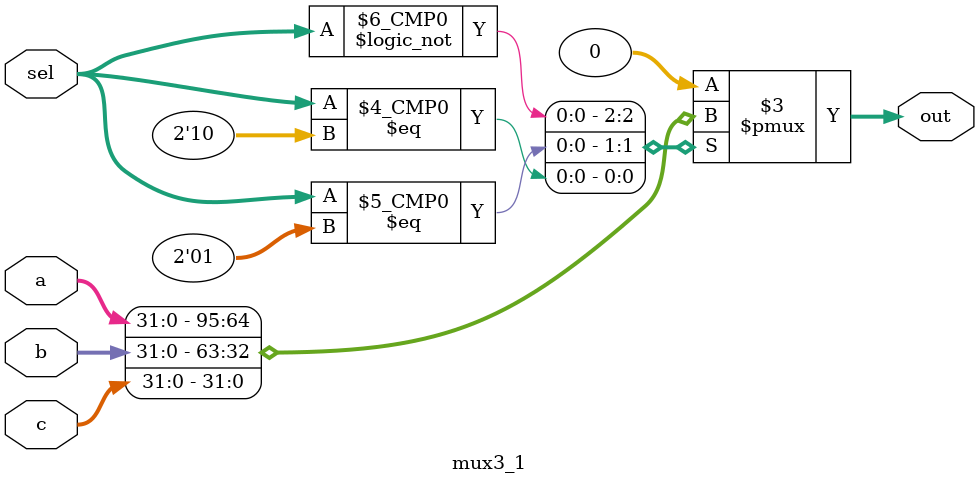
<source format=v>
module mux3_1 (
    output reg[31:0]out,
    input [31:0]a,
    input [31:0]b,
    input [31:0]c,
    input [1:0]sel
);
    always@(*)begin
        case(sel)
            2'b00: out = a;
            2'b01: out = b;
            2'b10: out = c;
            default: out = 31'd0;
        endcase
    end
endmodule
</source>
